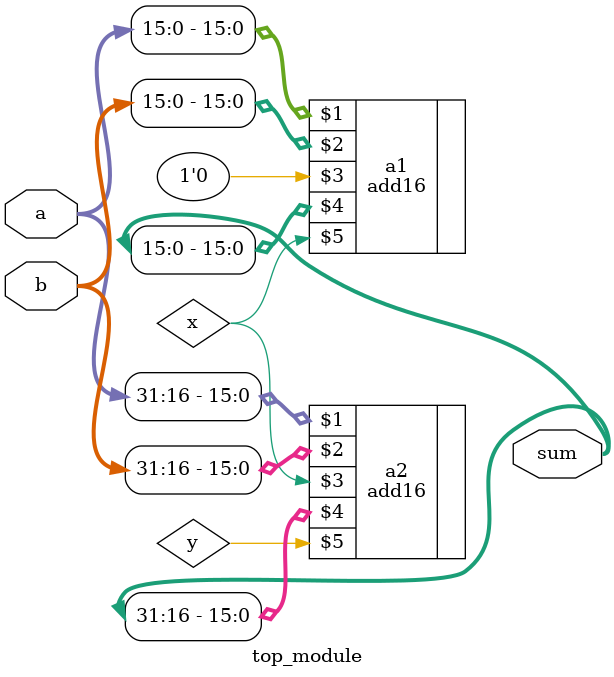
<source format=v>
module top_module(
    input [31:0] a,
    input [31:0] b,
    output [31:0] sum
);
    wire x,y;
    add16 a1(a[15:0],b[15:0],1'b0,sum[15:0],x);
    add16 a2(a[31:16],b[31:16],x,sum[31:16],y);
endmodule

</source>
